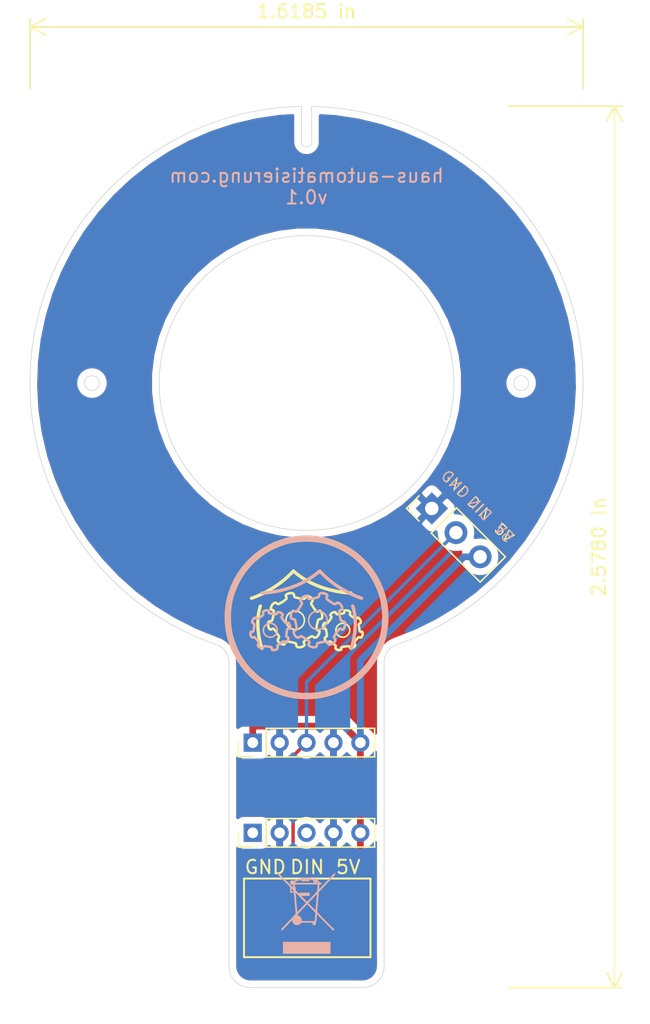
<source format=kicad_pcb>
(kicad_pcb (version 20171130) (host pcbnew "(5.1.4-0-10_14)")
  (title_block (title "ColoLight Custom Controller") (date 2019-11-17) (rev 0.1) (company haus-automatisierung.com) (comment 1 "Matthias Kleine"))
  (layers (0 F.Cu signal) (31 B.Cu signal) (34 B.Paste user) (35 F.Paste user) (36 B.SilkS user) (37 F.SilkS user) (38 B.Mask user) (39 F.Mask user) (44 Edge.Cuts user))
  (net 0 "")
  (net 1 "Net-(J1-Pad3)")
  (net 2 "Net-(J2-Pad1)")
  (net 3 "Net-(J2-Pad3)")
  (net 4 +5V)
  (net 5 GND)
  (module Connector_PinHeader_2.00mm:PinHeader_1x05_P2.00mm_Vertical (layer F.Cu) (at 138.1638 90.8422 90)
    (fp_text reference J1 hide)
    (fp_text value Conn_01x05_Male hide)
    (pad 5 thru_hole oval (at 0 8 90) (size 1.35 1.35) (drill 0.8) (layers *.Cu *.Mask) (net 4 +5V))
    (pad 4 thru_hole oval (at 0 6 90) (size 1.35 1.35) (drill 0.8) (layers *.Cu *.Mask) (net 5 GND))
    (pad 3 thru_hole oval (at 0 4 90) (size 1.35 1.35) (drill 0.8) (layers *.Cu *.Mask) (net 1 "Net-(J1-Pad3)"))
    (pad 2 thru_hole oval (at 0 2 90) (size 1.35 1.35) (drill 0.8) (layers *.Cu *.Mask) (net 5 GND))
    (pad 1 thru_hole rect (at 0 0 90) (size 1.35 1.35) (drill 0.8) (layers *.Cu *.Mask) (net 4 +5V))
  )
  (module halibs:SolderPads3 (layer F.Cu) (at 142.2146 108.5596 180)
    (fp_text reference J3 hide)
    (fp_text value Conn_01x03 hide)
    (pad 3 smd rect (at 3.048 4.699 180) (size 2.8 5.5) (layers F.Cu F.Paste F.Mask) (net 5 GND))
    (pad 2 smd rect (at 0 4.699 180) (size 2.6 5.5) (layers F.Cu F.Paste F.Mask) (net 1 "Net-(J1-Pad3)"))
    (pad 1 smd rect (at -3.048 4.699 180) (size 2.8 5.5) (layers F.Cu F.Paste F.Mask) (net 4 +5V))
  )
  (module Symbol:WEEE-Logo_4.2x6mm_SilkScreen (layer B.Cu) (at 142.1638 103.4994 180)
    (fp_text reference REF** hide)
    (fp_text value WEEE-Logo_4.2x6mm_SilkScreen hide)
  )
  (module halibs:Logo (layer F.Cu) (at 142.1638 81.534)
    (fp_text reference G*** hide)
    (fp_text value LOGO hide)
  )
  (module halibs:Logo (layer B.Cu) (at 142.1638 81.534 180)
    (fp_text reference G*** hide)
    (fp_text value LOGO hide)
  )
  (module Connector_PinHeader_2.00mm:PinHeader_1x05_P2.00mm_Vertical (layer F.Cu) (at 138.1638 97.5422 90)
    (fp_text reference J2 hide)
    (fp_text value Conn_01x05_Male hide)
    (pad 1 thru_hole rect (at 0 0 90) (size 1.35 1.35) (drill 0.8) (layers *.Cu *.Mask) (net 2 "Net-(J2-Pad1)"))
    (pad 2 thru_hole oval (at 0 2 90) (size 1.35 1.35) (drill 0.8) (layers *.Cu *.Mask) (net 5 GND))
    (pad 3 thru_hole oval (at 0 4 90) (size 1.35 1.35) (drill 0.8) (layers *.Cu *.Mask) (net 3 "Net-(J2-Pad3)"))
    (pad 4 thru_hole oval (at 0 6 90) (size 1.35 1.35) (drill 0.8) (layers *.Cu *.Mask) (net 5 GND))
    (pad 5 thru_hole oval (at 0 8 90) (size 1.35 1.35) (drill 0.8) (layers *.Cu *.Mask) (net 4 +5V))
  )
  (module Connector_PinHeader_2.54mm:PinHeader_1x03_P2.54mm_Vertical (layer F.Cu) (at 151.4729 73.4441 45)
    (fp_text reference J4 hide)
    (fp_text value Conn_01x03_Male hide)
    (pad 1 thru_hole rect (at 0 0 45) (size 1.7 1.7) (drill 1) (layers *.Cu *.Mask) (net 5 GND))
    (pad 2 thru_hole oval (at 0 2.54 45) (size 1.7 1.7) (drill 1) (layers *.Cu *.Mask) (net 1 "Net-(J1-Pad3)"))
    (pad 3 thru_hole oval (at 0 5.08 45) (size 1.7 1.7) (drill 1) (layers *.Cu *.Mask) (net 4 +5V))
  )
  (gr_text "haus-automatisierung.com\nv0.1" (at 142.1638 49.5301) (layer B.SilkS) (effects (font (size 1 1)) (justify mirror)))
  (gr_text GND (at 153.2128 71.65712 -45) (layer B.SilkS) (effects (font (size 0.8 0.8) (thickness 0.1)) (justify mirror)))
  (gr_text DIN (at 155.00985 73.454169 -45) (layer B.SilkS) (effects (font (size 0.8 0.8) (thickness 0.1)) (justify mirror)))
  (gr_text 5V (at 156.8323 75.27662 -45) (layer B.SilkS) (effects (font (size 0.8 0.8) (thickness 0.1)) (justify mirror)))
  (gr_text GND (at 153.2128 71.65712 -45) (layer F.SilkS) (effects (font (size 0.8 0.8) (thickness 0.1))))
  (gr_text 5V (at 156.8323 75.27662 -45) (layer F.SilkS) (effects (font (size 0.8 0.8) (thickness 0.1))))
  (gr_text DIN (at 155.00985 73.454169 -45) (layer F.SilkS) (effects (font (size 0.8 0.8) (thickness 0.1))))
  (gr_text DIN (at 142.2146 100.0887) (layer F.SilkS) (effects (font (size 1 1))))
  (gr_text 5V (at 145.2626 100.0887) (layer F.SilkS) (effects (font (size 1 1))))
  (gr_text GND (at 139.1031 100.0887) (layer F.SilkS) (effects (font (size 1 1))))
  (dimension 41.1099 (width 0.12) (layer F.SilkS) (gr_text "41.110 mm" (at 142.17015 36.3982) (layer F.SilkS) (effects (font (size 1 1) (thickness 0.15)))) (feature1 (pts (xy 162.7251 42.262) (xy 162.7251 37.081779))) (feature2 (pts (xy 121.6152 42.262) (xy 121.6152 37.081779))) (crossbar (pts (xy 121.6152 37.6682) (xy 162.7251 37.6682))) (arrow1a (pts (xy 162.7251 37.6682) (xy 161.598596 38.254621))) (arrow1b (pts (xy 162.7251 37.6682) (xy 161.598596 37.081779))) (arrow2a (pts (xy 121.6152 37.6682) (xy 122.741704 38.254621))) (arrow2b (pts (xy 121.6152 37.6682) (xy 122.741704 37.081779))))
  (dimension 65.4812 (width 0.12) (layer F.SilkS) (gr_text "65.481 mm" (at 166.3205 76.3016 270) (layer F.SilkS) (effects (font (size 1 1) (thickness 0.15)))) (feature1 (pts (xy 157.1638 109.0422) (xy 165.636921 109.0422))) (feature2 (pts (xy 157.1638 43.561) (xy 165.636921 43.561))) (crossbar (pts (xy 165.0505 43.561) (xy 165.0505 109.0422))) (arrow1a (pts (xy 165.0505 109.0422) (xy 164.464079 107.915696))) (arrow1b (pts (xy 165.0505 109.0422) (xy 165.636921 107.915696))) (arrow2a (pts (xy 165.0505 43.561) (xy 164.464079 44.687504))) (arrow2b (pts (xy 165.0505 43.561) (xy 165.636921 44.687504))))
  (gr_circle (center 158.1138 64.129116) (end 158.6638 64.129116) (layer Edge.Cuts) (width 0.05))
  (gr_arc (start 142.1638 64.129116) (end 135.372192 83.530378) (angle 159.6448447) (layer Edge.Cuts) (width 0.05))
  (gr_line (start 141.7828 46.2082) (end 141.7828 43.576993) (layer Edge.Cuts) (width 0.05))
  (gr_line (start 142.5448 46.2082) (end 142.5448 43.576993) (layer Edge.Cuts) (width 0.05))
  (gr_arc (start 142.1638 46.2082) (end 141.7828 46.2082) (angle -180) (layer Edge.Cuts) (width 0.05))
  (gr_circle (center 126.2138 64.129116) (end 126.7638 64.129116) (layer Edge.Cuts) (width 0.05))
  (gr_arc (start 134.9883 84.8868) (end 136.398 84.8868) (angle -74.19752589) (layer Edge.Cuts) (width 0.05))
  (gr_circle (center 142.1638 64.129116) (end 153.1138 64.129116) (layer Edge.Cuts) (width 0.05))
  (gr_arc (start 149.3393 84.8868) (end 147.9296 84.8868) (angle 74.19752589) (layer Edge.Cuts) (width 0.05))
  (gr_line (start 146.3294 109.0422) (end 137.9982 109.0422) (layer Edge.Cuts) (width 0.05))
  (gr_arc (start 146.3294 107.442) (end 146.3294 109.0422) (angle -90) (layer Edge.Cuts) (width 0.05))
  (gr_arc (start 137.9982 107.442) (end 136.398 107.442) (angle -90) (layer Edge.Cuts) (width 0.05))
  (gr_line (start 147.9296 84.8868) (end 147.9296 107.442) (layer Edge.Cuts) (width 0.05))
  (gr_line (start 136.398 84.8868) (end 136.398 107.442) (layer Edge.Cuts) (width 0.05))
  (gr_arc (start 142.1638 64.129116) (end 148.955408 83.530378) (angle -159.6448447) (layer Edge.Cuts) (width 0.05))
  (segment (start 141.488801 91.517199) (end 142.1638 90.8422) (width 0.25) (layer F.Cu) (net 1))
  (segment (start 141.1638 91.8422) (end 141.488801 91.517199) (width 0.25) (layer F.Cu) (net 1))
  (segment (start 141.1638 99.8098) (end 141.1638 91.8422) (width 0.25) (layer F.Cu) (net 1))
  (segment (start 142.2146 100.8606) (end 141.1638 99.8098) (width 0.25) (layer F.Cu) (net 1))
  (segment (start 142.2146 103.8606) (end 142.2146 100.8606) (width 0.25) (layer F.Cu) (net 1))
  (segment (start 142.1638 86.345302) (end 142.1638 90.8422) (width 0.25) (layer B.Cu) (net 1))
  (segment (start 153.268951 75.240151) (end 142.1638 86.345302) (width 0.25) (layer B.Cu) (net 1))
  (segment (start 146.1638 102.9594) (end 145.2626 103.8606) (width 0.5) (layer F.Cu) (net 4))
  (segment (start 146.1638 97.5422) (end 146.1638 102.9594) (width 0.5) (layer F.Cu) (net 4))
  (segment (start 146.1638 97.5422) (end 146.1638 90.8422) (width 0.5) (layer F.Cu) (net 4))
  (segment (start 146.1638 89.887606) (end 146.1638 90.8422) (width 0.5) (layer B.Cu) (net 4))
  (segment (start 146.1638 84.735323) (end 146.1638 89.887606) (width 0.5) (layer B.Cu) (net 4))
  (segment (start 153.862921 77.036202) (end 146.1638 84.735323) (width 0.5) (layer B.Cu) (net 4))
  (segment (start 155.065002 77.036202) (end 153.862921 77.036202) (width 0.5) (layer B.Cu) (net 4))
  (segment (start 138.1638 89.6672) (end 138.1638 90.8422) (width 0.5) (layer F.Cu) (net 4))
  (segment (start 144.938799 89.617199) (end 138.213801 89.617199) (width 0.5) (layer F.Cu) (net 4))
  (segment (start 138.213801 89.617199) (end 138.1638 89.6672) (width 0.5) (layer F.Cu) (net 4))
  (segment (start 146.1638 90.8422) (end 144.938799 89.617199) (width 0.5) (layer F.Cu) (net 4))
  (zone (net 5) (net_name GND) (layer B.Cu) (connect_pads (clearance 0.508)) (min_thickness 0.254) (fill yes (arc_segments 32) (thermal_gap 0.508) (thermal_bridge_width 0.508))
    (polygon (pts (xy 119.38 40.64) (xy 165.1 40.64) (xy 165.1 111.76) (xy 119.38 111.76)))
  )
  (zone (net 5) (net_name GND) (layer F.Cu) (connect_pads (clearance 0.508)) (min_thickness 0.254) (fill yes (arc_segments 32) (thermal_gap 0.508) (thermal_bridge_width 0.508))
    (polygon (pts (xy 119.38 40.64) (xy 165.1 40.64) (xy 165.1 111.76) (xy 119.38 111.76)))
  )
)
</source>
